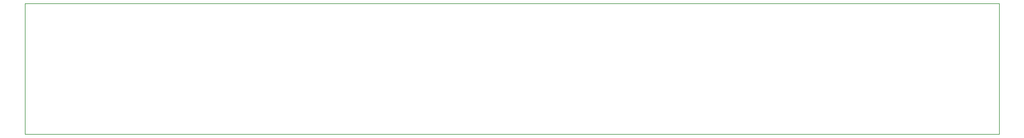
<source format=gbr>
G04 #@! TF.GenerationSoftware,KiCad,Pcbnew,(5.1.4)-1*
G04 #@! TF.CreationDate,2019-10-24T11:44:37+02:00*
G04 #@! TF.ProjectId,DNMS,444e4d53-2e6b-4696-9361-645f70636258,0.9.0*
G04 #@! TF.SameCoordinates,Original*
G04 #@! TF.FileFunction,Profile,NP*
%FSLAX46Y46*%
G04 Gerber Fmt 4.6, Leading zero omitted, Abs format (unit mm)*
G04 Created by KiCad (PCBNEW (5.1.4)-1) date 2019-10-24 11:44:37*
%MOMM*%
%LPD*%
G04 APERTURE LIST*
%ADD10C,0.120000*%
G04 APERTURE END LIST*
D10*
X196596000Y-94200000D02*
X206596000Y-94200000D01*
X196596000Y-74599800D02*
X206596000Y-74599800D01*
X60858400Y-74599800D02*
X60858400Y-94200000D01*
X196596000Y-94200000D02*
X60858400Y-94200000D01*
X206596000Y-74599800D02*
X206596000Y-94200000D01*
X60858400Y-74599800D02*
X196596000Y-74599800D01*
M02*

</source>
